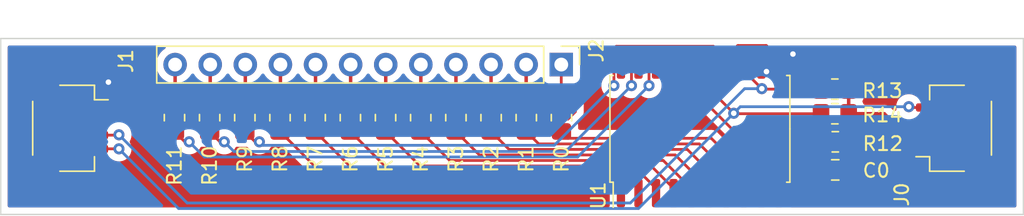
<source format=kicad_pcb>
(kicad_pcb (version 20211014) (generator pcbnew)
  (layers (0 "F.Cu" signal) (31 "B.Cu" signal) (34 "B.Paste" user) (35 "F.Paste" user) (36 "B.SilkS" user "B.Silkscreen") (37 "F.SilkS" user "F.Silkscreen") (38 "B.Mask" user) (39 "F.Mask" user) (44 "Edge.Cuts" user))
  (net 0 "")
  (net 1 "GND")
  (net 2 "+5V")
  (net 3 "Net-(J2-Pad1)")
  (net 4 "Net-(J2-Pad2)")
  (net 5 "Net-(J2-Pad3)")
  (net 6 "Net-(J2-Pad4)")
  (net 7 "Net-(J2-Pad5)")
  (net 8 "Net-(J2-Pad6)")
  (net 9 "Net-(J2-Pad7)")
  (net 10 "Net-(J2-Pad8)")
  (net 11 "Net-(J2-Pad9)")
  (net 12 "Net-(J2-Pad10)")
  (net 13 "Net-(J2-Pad11)")
  (net 14 "Net-(J2-Pad12)")
  (net 15 "Net-(R0-Pad2)")
  (net 16 "Net-(R1-Pad2)")
  (net 17 "Net-(R2-Pad2)")
  (net 18 "Net-(R3-Pad2)")
  (net 19 "Net-(R4-Pad2)")
  (net 20 "Net-(R5-Pad2)")
  (net 21 "Net-(R6-Pad2)")
  (net 22 "Net-(R7-Pad2)")
  (net 23 "Net-(R8-Pad2)")
  (net 24 "Net-(R9-Pad2)")
  (net 25 "Net-(R10-Pad2)")
  (net 26 "Net-(R11-Pad2)")
  (net 28 "Net-(J0-Pad4)")
  (net 29 "Net-(J0-Pad3)")
  (net 30 "Net-(R12-Pad1)")
  (footprint "Connector_PinHeader_2.54mm:PinHeader_1x12_P2.54mm_Vertical" (layer "F.Cu") (at 162.56 104.394 -90)
    (fp_text reference "J2" (at -1.016 -2.54 90) (layer "F.SilkS"))
    (fp_text value "Conn_01x12")
    (fp_line (start 1.33 1.27) (end 1.33 29.27) (layer "F.SilkS") (width 0.12))
    (fp_line (start -1.33 0) (end -1.33 -1.33) (layer "F.SilkS") (width 0.12))
    (fp_line (start -1.33 29.27) (end 1.33 29.27) (layer "F.SilkS") (width 0.12))
    (fp_line (start -1.33 1.27) (end -1.33 29.27) (layer "F.SilkS") (width 0.12))
    (fp_line (start -1.33 -1.33) (end 0 -1.33) (layer "F.SilkS") (width 0.12))
    (fp_line (start -1.33 1.27) (end 1.33 1.27) (layer "F.SilkS") (width 0.12))
    (pad "1" thru_hole rect (at 0 0 270) (size 1.7 1.7) (drill 1) (layers *.Cu *.Mask) (net 3 "Net-(J2-Pad1)"))
    (pad "2" thru_hole oval (at 0 2.54 270) (size 1.7 1.7) (drill 1) (layers *.Cu *.Mask) (net 4 "Net-(J2-Pad2)"))
    (pad "3" thru_hole oval (at 0 5.08 270) (size 1.7 1.7) (drill 1) (layers *.Cu *.Mask) (net 5 "Net-(J2-Pad3)"))
    (pad "4" thru_hole oval (at 0 7.62 270) (size 1.7 1.7) (drill 1) (layers *.Cu *.Mask) (net 6 "Net-(J2-Pad4)"))
    (pad "5" thru_hole oval (at 0 10.16 270) (size 1.7 1.7) (drill 1) (layers *.Cu *.Mask) (net 7 "Net-(J2-Pad5)"))
    (pad "6" thru_hole oval (at 0 12.7 270) (size 1.7 1.7) (drill 1) (layers *.Cu *.Mask) (net 8 "Net-(J2-Pad6)"))
    (pad "7" thru_hole oval (at 0 15.24 270) (size 1.7 1.7) (drill 1) (layers *.Cu *.Mask) (net 9 "Net-(J2-Pad7)"))
    (pad "8" thru_hole oval (at 0 17.78 270) (size 1.7 1.7) (drill 1) (layers *.Cu *.Mask) (net 10 "Net-(J2-Pad8)"))
    (pad "9" thru_hole oval (at 0 20.32 270) (size 1.7 1.7) (drill 1) (layers *.Cu *.Mask) (net 11 "Net-(J2-Pad9)"))
    (pad "10" thru_hole oval (at 0 22.86 270) (size 1.7 1.7) (drill 1) (layers *.Cu *.Mask) (net 12 "Net-(J2-Pad10)"))
    (pad "11" thru_hole oval (at 0 25.4 270) (size 1.7 1.7) (drill 1) (layers *.Cu *.Mask) (net 13 "Net-(J2-Pad11)"))
    (pad "12" thru_hole oval (at 0 27.94 270) (size 1.7 1.7) (drill 1) (layers *.Cu *.Mask) (net 14 "Net-(J2-Pad12)"))
  )
  (footprint "Package_SO:SOIC-20W_7.5x12.8mm_P1.27mm" (layer "F.Cu") (at 172.593 109.044 90)
    (fp_text reference "U1" (at -4.826 -7.35 90) (layer "F.SilkS"))
    (fp_text value "AT42QT2120-SU")
    (fp_line (start -3.86 -6.51) (end -3.86 -6.275) (layer "F.SilkS") (width 0.12))
    (fp_line (start -3.86 6.51) (end -3.86 6.275) (layer "F.SilkS") (width 0.12))
    (fp_line (start 3.86 6.51) (end 3.86 6.275) (layer "F.SilkS") (width 0.12))
    (fp_line (start 0 6.51) (end -3.86 6.51) (layer "F.SilkS") (width 0.12))
    (fp_line (start 0 -6.51) (end -3.86 -6.51) (layer "F.SilkS") (width 0.12))
    (fp_line (start 3.86 -6.51) (end 3.86 -6.275) (layer "F.SilkS") (width 0.12))
    (fp_line (start -3.86 -6.275) (end -5.675 -6.275) (layer "F.SilkS") (width 0.12))
    (fp_line (start 0 -6.51) (end 3.86 -6.51) (layer "F.SilkS") (width 0.12))
    (fp_line (start 0 6.51) (end 3.86 6.51) (layer "F.SilkS") (width 0.12))
    (pad "1" smd roundrect (at -4.65 -5.715 90) (size 2.05 0.6) (layers "F.Cu" "F.Paste" "F.Mask") (net 23 "Net-(R8-Pad2)"))
    (pad "2" smd roundrect (at -4.65 -4.445 90) (size 2.05 0.6) (layers "F.Cu" "F.Paste" "F.Mask") (net 22 "Net-(R7-Pad2)"))
    (pad "3" smd roundrect (at -4.65 -3.175 90) (size 2.05 0.6) (layers "F.Cu" "F.Paste" "F.Mask") (net 21 "Net-(R6-Pad2)"))
    (pad "4" smd roundrect (at -4.65 -1.905 90) (size 2.05 0.6) (layers "F.Cu" "F.Paste" "F.Mask") (net 20 "Net-(R5-Pad2)"))
    (pad "5" smd roundrect (at -4.65 -0.635 90) (size 2.05 0.6) (layers "F.Cu" "F.Paste" "F.Mask") (net 19 "Net-(R4-Pad2)"))
    (pad "6" smd roundrect (at -4.65 0.635 90) (size 2.05 0.6) (layers "F.Cu" "F.Paste" "F.Mask") (net 18 "Net-(R3-Pad2)"))
    (pad "7" smd roundrect (at -4.65 1.905 90) (size 2.05 0.6) (layers "F.Cu" "F.Paste" "F.Mask") (net 17 "Net-(R2-Pad2)"))
    (pad "8" smd roundrect (at -4.65 3.175 90) (size 2.05 0.6) (layers "F.Cu" "F.Paste" "F.Mask") (net 16 "Net-(R1-Pad2)"))
    (pad "9" smd roundrect (at -4.65 4.445 90) (size 2.05 0.6) (layers "F.Cu" "F.Paste" "F.Mask") (net 15 "Net-(R0-Pad2)"))
    (pad "10" smd roundrect (at -4.65 5.715 90) (size 2.05 0.6) (layers "F.Cu" "F.Paste" "F.Mask") (net 1 "GND"))
    (pad "11" smd roundrect (at 4.65 5.715 90) (size 2.05 0.6) (layers "F.Cu" "F.Paste" "F.Mask") (net 2 "+5V"))
    (pad "12" smd roundrect (at 4.65 4.445 90) (size 2.05 0.6) (layers "F.Cu" "F.Paste" "F.Mask") (net 1 "GND"))
    (pad "13" smd roundrect (at 4.65 3.175 90) (size 2.05 0.6) (layers "F.Cu" "F.Paste" "F.Mask") (net 29 "Net-(J0-Pad3)"))
    (pad "14" smd roundrect (at 4.65 1.905 90) (size 2.05 0.6) (layers "F.Cu" "F.Paste" "F.Mask") (net 2 "+5V"))
    (pad "15" smd roundrect (at 4.65 0.635 90) (size 2.05 0.6) (layers "F.Cu" "F.Paste" "F.Mask"))
    (pad "16" smd roundrect (at 4.65 -0.635 90) (size 2.05 0.6) (layers "F.Cu" "F.Paste" "F.Mask") (net 28 "Net-(J0-Pad4)"))
    (pad "17" smd roundrect (at 4.65 -1.905 90) (size 2.05 0.6) (layers "F.Cu" "F.Paste" "F.Mask") (net 30 "Net-(R12-Pad1)"))
    (pad "18" smd roundrect (at 4.65 -3.175 90) (size 2.05 0.6) (layers "F.Cu" "F.Paste" "F.Mask") (net 26 "Net-(R11-Pad2)"))
    (pad "19" smd roundrect (at 4.65 -4.445 90) (size 2.05 0.6) (layers "F.Cu" "F.Paste" "F.Mask") (net 25 "Net-(R10-Pad2)"))
    (pad "20" smd roundrect (at 4.65 -5.715 90) (size 2.05 0.6) (layers "F.Cu" "F.Paste" "F.Mask") (net 24 "Net-(R9-Pad2)"))
  )
  (footprint "Resistor_SMD:R_0805_2012Metric_Pad1.20x1.40mm_HandSolder" (layer "F.Cu") (at 182.356 107.95)
    (fp_text reference "R14" (at 3.436 0.097334) (layer "F.SilkS"))
    (fp_text value "1k")
    (fp_line (start -0.227064 0.735) (end 0.227064 0.735) (layer "F.SilkS") (width 0.12))
    (fp_line (start -0.227064 -0.735) (end 0.227064 -0.735) (layer "F.SilkS") (width 0.12))
    (pad "1" smd roundrect (at -1 0) (size 1.2 1.4) (layers "F.Cu" "F.Paste" "F.Mask") (roundrect_rratio 0.208333) (net 28 "Net-(J0-Pad4)"))
    (pad "2" smd roundrect (at 1 0) (size 1.2 1.4) (layers "F.Cu" "F.Paste" "F.Mask") (roundrect_rratio 0.208333) (net 2 "+5V"))
  )
  (footprint "Resistor_SMD:R_0805_2012Metric_Pad1.20x1.40mm_HandSolder" (layer "F.Cu") (at 152.392083 108.234095 -90)
    (fp_text reference "R4" (at 3 0 90) (layer "F.SilkS"))
    (fp_text value "4.7k")
    (fp_line (start -0.227064 -0.735) (end 0.227064 -0.735) (layer "F.SilkS") (width 0.12))
    (fp_line (start -0.227064 0.735) (end 0.227064 0.735) (layer "F.SilkS") (width 0.12))
    (pad "1" smd roundrect (at -1 0 270) (size 1.2 1.4) (layers "F.Cu" "F.Paste" "F.Mask") (roundrect_rratio 0.208333) (net 7 "Net-(J2-Pad5)"))
    (pad "2" smd roundrect (at 1 0 270) (size 1.2 1.4) (layers "F.Cu" "F.Paste" "F.Mask") (roundrect_rratio 0.208333) (net 19 "Net-(R4-Pad2)"))
  )
  (footprint "Connector_JST:JST_SH_SM04B-SRSS-TB_1x04-1MP_P1.00mm_Horizontal" (layer "F.Cu") (at 127 109 -90)
    (fp_text reference "J1" (at -4.86 -4.064 90) (layer "F.SilkS"))
    (fp_text value "Qwiic")
    (fp_line (start -3.11 0.715) (end -3.11 -1.785) (layer "F.SilkS") (width 0.12))
    (fp_line (start -2.06 -1.785) (end -2.06 -2.775) (layer "F.SilkS") (width 0.12))
    (fp_line (start -3.11 -1.785) (end -2.06 -1.785) (layer "F.SilkS") (width 0.12))
    (fp_line (start -1.94 2.685) (end 1.94 2.685) (layer "F.SilkS") (width 0.12))
    (fp_line (start 3.11 0.715) (end 3.11 -1.785) (layer "F.SilkS") (width 0.12))
    (fp_line (start 3.11 -1.785) (end 2.06 -1.785) (layer "F.SilkS") (width 0.12))
    (pad "1" smd roundrect (at -1.5 -2 270) (size 0.6 1.55) (layers "F.Cu" "F.Paste" "F.Mask") (net 1 "GND"))
    (pad "2" smd roundrect (at -0.5 -2 270) (size 0.6 1.55) (layers "F.Cu" "F.Paste" "F.Mask") (net 2 "+5V"))
    (pad "3" smd roundrect (at 0.5 -2 270) (size 0.6 1.55) (layers "F.Cu" "F.Paste" "F.Mask") (net 29 "Net-(J0-Pad3)"))
    (pad "4" smd roundrect (at 1.5 -2 270) (size 0.6 1.55) (layers "F.Cu" "F.Paste" "F.Mask") (net 28 "Net-(J0-Pad4)"))
    (pad "MP" smd roundrect (at 2.8 1.875 270) (size 1.2 1.8) (layers "F.Cu" "F.Paste" "F.Mask") (roundrect_rratio 0.208333))
    (pad "MP" smd roundrect (at -2.8 1.875 270) (size 1.2 1.8) (layers "F.Cu" "F.Paste" "F.Mask") (roundrect_rratio 0.208333))
  )
  (footprint "Capacitor_SMD:C_0805_2012Metric_Pad1.18x1.45mm_HandSolder" (layer "F.Cu") (at 182.386 112.014 180)
    (fp_text reference "C0" (at -2.9655 -0.046) (layer "F.SilkS"))
    (fp_text value "0.1uF")
    (fp_line (start -0.261252 0.735) (end 0.261252 0.735) (layer "F.SilkS") (width 0.12))
    (fp_line (start -0.261252 -0.735) (end 0.261252 -0.735) (layer "F.SilkS") (width 0.12))
    (pad "1" smd roundrect (at -1.0375 0 180) (size 1.175 1.45) (layers "F.Cu" "F.Paste" "F.Mask") (roundrect_rratio 0.212766) (net 2 "+5V"))
    (pad "2" smd roundrect (at 1.0375 0 180) (size 1.175 1.45) (layers "F.Cu" "F.Paste" "F.Mask") (roundrect_rratio 0.212766) (net 1 "GND"))
  )
  (footprint "Resistor_SMD:R_0805_2012Metric_Pad1.20x1.40mm_HandSolder" (layer "F.Cu") (at 160.028445 108.234095 -90)
    (fp_text reference "R1" (at 3 0 90) (layer "F.SilkS"))
    (fp_text value "4.7k")
    (fp_line (start -0.227064 -0.735) (end 0.227064 -0.735) (layer "F.SilkS") (width 0.12))
    (fp_line (start -0.227064 0.735) (end 0.227064 0.735) (layer "F.SilkS") (width 0.12))
    (pad "1" smd roundrect (at -1 0 270) (size 1.2 1.4) (layers "F.Cu" "F.Paste" "F.Mask") (roundrect_rratio 0.208333) (net 4 "Net-(J2-Pad2)"))
    (pad "2" smd roundrect (at 1 0 270) (size 1.2 1.4) (layers "F.Cu" "F.Paste" "F.Mask") (roundrect_rratio 0.208333) (net 16 "Net-(R1-Pad2)"))
  )
  (footprint "Resistor_SMD:R_0805_2012Metric_Pad1.20x1.40mm_HandSolder" (layer "F.Cu") (at 142.210267 108.234095 -90)
    (fp_text reference "R8" (at 3 0 90) (layer "F.SilkS"))
    (fp_text value "4.7k")
    (fp_line (start -0.227064 0.735) (end 0.227064 0.735) (layer "F.SilkS") (width 0.12))
    (fp_line (start -0.227064 -0.735) (end 0.227064 -0.735) (layer "F.SilkS") (width 0.12))
    (pad "1" smd roundrect (at -1 0 270) (size 1.2 1.4) (layers "F.Cu" "F.Paste" "F.Mask") (roundrect_rratio 0.208333) (net 11 "Net-(J2-Pad9)"))
    (pad "2" smd roundrect (at 1 0 270) (size 1.2 1.4) (layers "F.Cu" "F.Paste" "F.Mask") (roundrect_rratio 0.208333) (net 23 "Net-(R8-Pad2)"))
  )
  (footprint "Connector_JST:JST_SH_SM04B-SRSS-TB_1x04-1MP_P1.00mm_Horizontal" (layer "F.Cu") (at 191 109 90)
    (fp_text reference "J0" (at -4.792 -3.802 90) (layer "F.SilkS"))
    (fp_text value "Qwiic")
    (fp_line (start -1.94 2.685) (end 1.94 2.685) (layer "F.SilkS") (width 0.12))
    (fp_line (start -3.11 0.715) (end -3.11 -1.785) (layer "F.SilkS") (width 0.12))
    (fp_line (start 3.11 0.715) (end 3.11 -1.785) (layer "F.SilkS") (width 0.12))
    (fp_line (start -2.06 -1.785) (end -2.06 -2.775) (layer "F.SilkS") (width 0.12))
    (fp_line (start -3.11 -1.785) (end -2.06 -1.785) (layer "F.SilkS") (width 0.12))
    (fp_line (start 3.11 -1.785) (end 2.06 -1.785) (layer "F.SilkS") (width 0.12))
    (pad "1" smd roundrect (at -1.5 -2 90) (size 0.6 1.55) (layers "F.Cu" "F.Paste" "F.Mask") (net 1 "GND"))
    (pad "2" smd roundrect (at -0.5 -2 90) (size 0.6 1.55) (layers "F.Cu" "F.Paste" "F.Mask") (net 2 "+5V"))
    (pad "3" smd roundrect (at 0.5 -2 90) (size 0.6 1.55) (layers "F.Cu" "F.Paste" "F.Mask") (net 29 "Net-(J0-Pad3)"))
    (pad "4" smd roundrect (at 1.5 -2 90) (size 0.6 1.55) (layers "F.Cu" "F.Paste" "F.Mask") (net 28 "Net-(J0-Pad4)"))
    (pad "MP" smd roundrect (at 2.8 1.875 90) (size 1.2 1.8) (layers "F.Cu" "F.Paste" "F.Mask") (roundrect_rratio 0.208333))
    (pad "MP" smd roundrect (at -2.8 1.875 90) (size 1.2 1.8) (layers "F.Cu" "F.Paste" "F.Mask") (roundrect_rratio 0.208333))
  )
  (footprint "Resistor_SMD:R_0805_2012Metric_Pad1.20x1.40mm_HandSolder" (layer "F.Cu") (at 139.664813 108.234095 -90)
    (fp_text reference "R9" (at 3 0 90) (layer "F.SilkS"))
    (fp_text value "4.7k")
    (fp_line (start -0.227064 -0.735) (end 0.227064 -0.735) (layer "F.SilkS") (width 0.12))
    (fp_line (start -0.227064 0.735) (end 0.227064 0.735) (layer "F.SilkS") (width 0.12))
    (pad "1" smd roundrect (at -1 0 270) (size 1.2 1.4) (layers "F.Cu" "F.Paste" "F.Mask") (roundrect_rratio 0.208333) (net 12 "Net-(J2-Pad10)"))
    (pad "2" smd roundrect (at 1 0 270) (size 1.2 1.4) (layers "F.Cu" "F.Paste" "F.Mask") (roundrect_rratio 0.208333) (net 24 "Net-(R9-Pad2)"))
  )
  (footprint "Resistor_SMD:R_0805_2012Metric_Pad1.20x1.40mm_HandSolder" (layer "F.Cu") (at 182.356 106.172)
    (fp_text reference "R13" (at 3.436 0.118667) (layer "F.SilkS"))
    (fp_text value "1k")
    (fp_line (start -0.227064 -0.735) (end 0.227064 -0.735) (layer "F.SilkS") (width 0.12))
    (fp_line (start -0.227064 0.735) (end 0.227064 0.735) (layer "F.SilkS") (width 0.12))
    (pad "1" smd roundrect (at -1 0) (size 1.2 1.4) (layers "F.Cu" "F.Paste" "F.Mask") (roundrect_rratio 0.208333) (net 29 "Net-(J0-Pad3)"))
    (pad "2" smd roundrect (at 1 0) (size 1.2 1.4) (layers "F.Cu" "F.Paste" "F.Mask") (roundrect_rratio 0.208333) (net 2 "+5V"))
  )
  (footprint "Resistor_SMD:R_0805_2012Metric_Pad1.20x1.40mm_HandSolder" (layer "F.Cu") (at 182.388 109.982)
    (fp_text reference "R12" (at 3.436 0.14) (layer "F.SilkS"))
    (fp_text value "47k")
    (fp_line (start -0.227064 0.735) (end 0.227064 0.735) (layer "F.SilkS") (width 0.12))
    (fp_line (start -0.227064 -0.735) (end 0.227064 -0.735) (layer "F.SilkS") (width 0.12))
    (pad "1" smd roundrect (at -1 0) (size 1.2 1.4) (layers "F.Cu" "F.Paste" "F.Mask") (roundrect_rratio 0.208333) (net 30 "Net-(R12-Pad1)"))
    (pad "2" smd roundrect (at 1 0) (size 1.2 1.4) (layers "F.Cu" "F.Paste" "F.Mask") (roundrect_rratio 0.208333) (net 2 "+5V"))
  )
  (footprint "Resistor_SMD:R_0805_2012Metric_Pad1.20x1.40mm_HandSolder" (layer "F.Cu") (at 147.301175 108.234095 -90)
    (fp_text reference "R6" (at 3 0 90) (layer "F.SilkS"))
    (fp_text value "4.7k")
    (fp_line (start -0.227064 -0.735) (end 0.227064 -0.735) (layer "F.SilkS") (width 0.12))
    (fp_line (start -0.227064 0.735) (end 0.227064 0.735) (layer "F.SilkS") (width 0.12))
    (pad "1" smd roundrect (at -1 0 270) (size 1.2 1.4) (layers "F.Cu" "F.Paste" "F.Mask") (roundrect_rratio 0.208333) (net 9 "Net-(J2-Pad7)"))
    (pad "2" smd roundrect (at 1 0 270) (size 1.2 1.4) (layers "F.Cu" "F.Paste" "F.Mask") (roundrect_rratio 0.208333) (net 21 "Net-(R6-Pad2)"))
  )
  (footprint "Resistor_SMD:R_0805_2012Metric_Pad1.20x1.40mm_HandSolder" (layer "F.Cu") (at 149.846629 108.234095 -90)
    (fp_text reference "R5" (at 3 0 90) (layer "F.SilkS"))
    (fp_text value "4.7k")
    (fp_line (start -0.227064 0.735) (end 0.227064 0.735) (layer "F.SilkS") (width 0.12))
    (fp_line (start -0.227064 -0.735) (end 0.227064 -0.735) (layer "F.SilkS") (width 0.12))
    (pad "1" smd roundrect (at -1 0 270) (size 1.2 1.4) (layers "F.Cu" "F.Paste" "F.Mask") (roundrect_rratio 0.208333) (net 8 "Net-(J2-Pad6)"))
    (pad "2" smd roundrect (at 1 0 270) (size 1.2 1.4) (layers "F.Cu" "F.Paste" "F.Mask") (roundrect_rratio 0.208333) (net 20 "Net-(R5-Pad2)"))
  )
  (footprint "Resistor_SMD:R_0805_2012Metric_Pad1.20x1.40mm_HandSolder" (layer "F.Cu") (at 144.755721 108.234095 -90)
    (fp_text reference "R7" (at 3 0 90) (layer "F.SilkS"))
    (fp_text value "4.7k")
    (fp_line (start -0.227064 -0.735) (end 0.227064 -0.735) (layer "F.SilkS") (width 0.12))
    (fp_line (start -0.227064 0.735) (end 0.227064 0.735) (layer "F.SilkS") (width 0.12))
    (pad "1" smd roundrect (at -1 0 270) (size 1.2 1.4) (layers "F.Cu" "F.Paste" "F.Mask") (roundrect_rratio 0.208333) (net 10 "Net-(J2-Pad8)"))
    (pad "2" smd roundrect (at 1 0 270) (size 1.2 1.4) (layers "F.Cu" "F.Paste" "F.Mask") (roundrect_rratio 0.208333) (net 22 "Net-(R7-Pad2)"))
  )
  (footprint "Resistor_SMD:R_0805_2012Metric_Pad1.20x1.40mm_HandSolder" (layer "F.Cu") (at 137.119359 108.234095 -90)
    (fp_text reference "R10" (at 3.476191 0 90) (layer "F.SilkS"))
    (fp_text value "4.7k")
    (fp_line (start -0.227064 0.735) (end 0.227064 0.735) (layer "F.SilkS") (width 0.12))
    (fp_line (start -0.227064 -0.735) (end 0.227064 -0.735) (layer "F.SilkS") (width 0.12))
    (pad "1" smd roundrect (at -1 0 270) (size 1.2 1.4) (layers "F.Cu" "F.Paste" "F.Mask") (roundrect_rratio 0.208333) (net 13 "Net-(J2-Pad11)"))
    (pad "2" smd roundrect (at 1 0 270) (size 1.2 1.4) (layers "F.Cu" "F.Paste" "F.Mask") (roundrect_rratio 0.208333) (net 25 "Net-(R10-Pad2)"))
  )
  (footprint "Resistor_SMD:R_0805_2012Metric_Pad1.20x1.40mm_HandSolder" (layer "F.Cu") (at 157.482991 108.234095 -90)
    (fp_text reference "R2" (at 3 0 90) (layer "F.SilkS"))
    (fp_text value "4.7k")
    (fp_line (start -0.227064 0.735) (end 0.227064 0.735) (layer "F.SilkS") (width 0.12))
    (fp_line (start -0.227064 -0.735) (end 0.227064 -0.735) (layer "F.SilkS") (width 0.12))
    (pad "1" smd roundrect (at -1 0 270) (size 1.2 1.4) (layers "F.Cu" "F.Paste" "F.Mask") (roundrect_rratio 0.208333) (net 5 "Net-(J2-Pad3)"))
    (pad "2" smd roundrect (at 1 0 270) (size 1.2 1.4) (layers "F.Cu" "F.Paste" "F.Mask") (roundrect_rratio 0.208333) (net 17 "Net-(R2-Pad2)"))
  )
  (footprint "Resistor_SMD:R_0805_2012Metric_Pad1.20x1.40mm_HandSolder" (layer "F.Cu") (at 154.937537 108.234095 -90)
    (fp_text reference "R3" (at 3 0 90) (layer "F.SilkS"))
    (fp_text value "4.7k")
    (fp_line (start -0.227064 0.735) (end 0.227064 0.735) (layer "F.SilkS") (width 0.12))
    (fp_line (start -0.227064 -0.735) (end 0.227064 -0.735) (layer "F.SilkS") (width 0.12))
    (pad "1" smd roundrect (at -1 0 270) (size 1.2 1.4) (layers "F.Cu" "F.Paste" "F.Mask") (roundrect_rratio 0.208333) (net 6 "Net-(J2-Pad4)"))
    (pad "2" smd roundrect (at 1 0 270) (size 1.2 1.4) (layers "F.Cu" "F.Paste" "F.Mask") (roundrect_rratio 0.208333) (net 18 "Net-(R3-Pad2)"))
  )
  (footprint "Resistor_SMD:R_0805_2012Metric_Pad1.20x1.40mm_HandSolder" (layer "F.Cu") (at 134.573905 108.234095 -90)
    (fp_text reference "R11" (at 3.476191 0 90) (layer "F.SilkS"))
    (fp_text value "4.7k")
    (fp_line (start -0.227064 -0.735) (end 0.227064 -0.735) (layer "F.SilkS") (width 0.12))
    (fp_line (start -0.227064 0.735) (end 0.227064 0.735) (layer "F.SilkS") (width 0.12))
    (pad "1" smd roundrect (at -1 0 270) (size 1.2 1.4) (layers "F.Cu" "F.Paste" "F.Mask") (roundrect_rratio 0.208333) (net 14 "Net-(J2-Pad12)"))
    (pad "2" smd roundrect (at 1 0 270) (size 1.2 1.4) (layers "F.Cu" "F.Paste" "F.Mask") (roundrect_rratio 0.208333) (net 26 "Net-(R11-Pad2)"))
  )
  (footprint "Resistor_SMD:R_0805_2012Metric_Pad1.20x1.40mm_HandSolder" (layer "F.Cu") (at 162.573905 108.234095 -90)
    (fp_text reference "R0" (at 3 0 90) (layer "F.SilkS"))
    (fp_text value "4.7k")
    (fp_line (start -0.227064 0.735) (end 0.227064 0.735) (layer "F.SilkS") (width 0.12))
    (fp_line (start -0.227064 -0.735) (end 0.227064 -0.735) (layer "F.SilkS") (width 0.12))
    (pad "1" smd roundrect (at -1 0 270) (size 1.2 1.4) (layers "F.Cu" "F.Paste" "F.Mask") (roundrect_rratio 0.208333) (net 3 "Net-(J2-Pad1)"))
    (pad "2" smd roundrect (at 1 0 270) (size 1.2 1.4) (layers "F.Cu" "F.Paste" "F.Mask") (roundrect_rratio 0.208333) (net 15 "Net-(R0-Pad2)"))
  )
  (gr_rect (start 122 115.238) (end 196 102.508) (layer "Edge.Cuts") (width 0.1) (fill none))
  (segment (start 177.4085 104.902) (end 177.038 104.5315) (width 0.254) (layer "F.Cu") (net 1))
  (segment (start 189 110.624993) (end 189 110.5) (width 0.25) (layer "F.Cu") (net 1))
  (segment (start 177.038 104.5315) (end 177.038 104.394) (width 0.254) (layer "F.Cu") (net 1))
  (via (at 129.794 105.664) (size 0.8) (drill 0.4) (layers "F.Cu" "B.Cu") (net 1))
  (via (at 177.4085 104.902) (size 0.8) (drill 0.4) (layers "F.Cu" "B.Cu") (net 1))
  (via (at 179.324 103.632) (size 0.8) (drill 0.4) (layers "F.Cu" "B.Cu") (net 1))
  (segment (start 179.277155 103.632) (end 179.324 103.632) (width 0.254) (layer "B.Cu") (net 1))
  (segment (start 183.356 106.172) (end 181.754 104.57) (width 0.254) (layer "F.Cu") (net 2))
  (segment (start 174.498 104.003283) (end 174.498 104.394) (width 0.2) (layer "F.Cu") (net 2))
  (segment (start 187.478 109.5) (end 185.928 107.95) (width 0.254) (layer "F.Cu") (net 2))
  (segment (start 163.050563 108.334575) (end 129.165425 108.334575) (width 0.2) (layer "F.Cu") (net 2))
  (segment (start 163.576 106.035283) (end 163.576 107.809138) (width 0.2) (layer "F.Cu") (net 2))
  (segment (start 174.498 103.886) (end 174.498 104.394) (width 0.254) (layer "F.Cu") (net 2))
  (segment (start 163.576 107.809138) (end 163.050563 108.334575) (width 0.2) (layer "F.Cu") (net 2))
  (segment (start 173.564197 103.06948) (end 166.541803 103.06948) (width 0.2) (layer "F.Cu") (net 2))
  (segment (start 183.356 111.9465) (end 183.4235 112.014) (width 0.5) (layer "F.Cu") (net 2))
  (segment (start 177.385381 103.04248) (end 175.34152 103.04248) (width 0.254) (layer "F.Cu") (net 2))
  (segment (start 185.928 107.95) (end 183.356 107.95) (width 0.254) (layer "F.Cu") (net 2))
  (segment (start 166.541803 103.06948) (end 163.576 106.035283) (width 0.2) (layer "F.Cu") (net 2))
  (segment (start 183.356 106.172) (end 183.356 111.9465) (width 0.254) (layer "F.Cu") (net 2))
  (segment (start 181.754 104.57) (end 178.435 104.57) (width 0.254) (layer "F.Cu") (net 2))
  (segment (start 174.498 104.003283) (end 173.564197 103.06948) (width 0.2) (layer "F.Cu") (net 2))
  (segment (start 175.34152 103.04248) (end 174.498 103.886) (width 0.254) (layer "F.Cu") (net 2))
  (segment (start 189 109.5) (end 187.478 109.5) (width 0.254) (layer "F.Cu") (net 2))
  (segment (start 129.165425 108.334575) (end 129 108.5) (width 0.2) (layer "F.Cu") (net 2))
  (segment (start 174.498 103.632) (end 174.498 104.394) (width 0.5) (layer "F.Cu") (net 2))
  (segment (start 174.498 104.394) (end 174.498 103.791151) (width 0.5) (layer "F.Cu") (net 2))
  (segment (start 178.308 103.965099) (end 177.385381 103.04248) (width 0.254) (layer "F.Cu") (net 2))
  (segment (start 178.308 104.394) (end 178.308 103.965099) (width 0.254) (layer "F.Cu") (net 2))
  (segment (start 162.56 107.22019) (end 162.573905 107.234095) (width 0.2) (layer "F.Cu") (net 3))
  (segment (start 162.56 104.394) (end 162.56 107.22019) (width 0.2) (layer "F.Cu") (net 3))
  (segment (start 160.028445 107.234095) (end 160.02 107.22565) (width 0.25) (layer "F.Cu") (net 4))
  (segment (start 160.02 107.22565) (end 160.02 104.394) (width 0.25) (layer "F.Cu") (net 4))
  (segment (start 157.48 107.231104) (end 157.48 104.394) (width 0.25) (layer "F.Cu") (net 5))
  (segment (start 157.482991 107.234095) (end 157.48 107.231104) (width 0.25) (layer "F.Cu") (net 5))
  (segment (start 154.94 107.231632) (end 154.94 104.394) (width 0.25) (layer "F.Cu") (net 6))
  (segment (start 154.937537 107.234095) (end 154.94 107.231632) (width 0.25) (layer "F.Cu") (net 6))
  (segment (start 152.4 107.226178) (end 152.4 104.394) (width 0.25) (layer "F.Cu") (net 7))
  (segment (start 152.392083 107.234095) (end 152.4 107.226178) (width 0.25) (layer "F.Cu") (net 7))
  (segment (start 149.846629 107.234095) (end 149.86 107.220724) (width 0.25) (layer "F.Cu") (net 8))
  (segment (start 149.86 107.220724) (end 149.86 104.394) (width 0.25) (layer "F.Cu") (net 8))
  (segment (start 147.301175 107.234095) (end 147.32 107.21527) (width 0.25) (layer "F.Cu") (net 9))
  (segment (start 147.32 107.21527) (end 147.32 104.394) (width 0.25) (layer "F.Cu") (net 9))
  (segment (start 144.78 107.209816) (end 144.78 104.394) (width 0.25) (layer "F.Cu") (net 10))
  (segment (start 144.755721 107.234095) (end 144.78 107.209816) (width 0.25) (layer "F.Cu") (net 10))
  (segment (start 142.24 107.204362) (end 142.24 104.394) (width 0.25) (layer "F.Cu") (net 11))
  (segment (start 142.210267 107.234095) (end 142.24 107.204362) (width 0.25) (layer "F.Cu") (net 11))
  (segment (start 139.7 107.198908) (end 139.7 104.394) (width 0.25) (layer "F.Cu") (net 12))
  (segment (start 139.664813 107.178187) (end 139.688905 107.154095) (width 0.25) (layer "F.Cu") (net 12))
  (segment (start 139.664813 107.234095) (end 139.7 107.198908) (width 0.25) (layer "F.Cu") (net 12))
  (segment (start 137.16 107.193454) (end 137.16 104.394) (width 0.25) (layer "F.Cu") (net 13))
  (segment (start 137.119359 107.234095) (end 137.16 107.193454) (width 0.25) (layer "F.Cu") (net 13))
  (segment (start 134.573905 107.234095) (end 134.573905 107.189095) (width 0.25) (layer "F.Cu") (net 14))
  (segment (start 134.573905 107.234095) (end 134.62 107.188) (width 0.25) (layer "F.Cu") (net 14))
  (segment (start 134.62 107.188) (end 134.62 104.394) (width 0.25) (layer "F.Cu") (net 14))
  (segment (start 134.573905 107.189095) (end 134.608905 107.154095) (width 0.25) (layer "F.Cu") (net 14))
  (segment (start 177.165 113.87) (end 177.165 113.479283) (width 0.2) (layer "F.Cu") (net 15))
  (segment (start 177.165 113.479283) (end 173.413717 109.728) (width 0.2) (layer "F.Cu") (net 15))
  (segment (start 173.413717 109.728) (end 163.06781 109.728) (width 0.2) (layer "F.Cu") (net 15))
  (segment (start 163.06781 109.728) (end 162.573905 109.234095) (width 0.2) (layer "F.Cu") (net 15))
  (segment (start 172.549332 110.133615) (end 175.895 113.479283) (width 0.2) (layer "F.Cu") (net 16))
  (segment (start 160.927965 110.133615) (end 172.549332 110.133615) (width 0.2) (layer "F.Cu") (net 16))
  (segment (start 160.028445 109.234095) (end 160.927965 110.133615) (width 0.2) (layer "F.Cu") (net 16))
  (segment (start 175.895 113.479283) (end 175.895 113.87) (width 0.2) (layer "F.Cu") (net 16))
  (segment (start 158.78203 110.533134) (end 171.678852 110.533135) (width 0.2) (layer "F.Cu") (net 17))
  (segment (start 174.625 113.479283) (end 174.625 113.87) (width 0.2) (layer "F.Cu") (net 17))
  (segment (start 171.678852 110.533135) (end 174.625 113.479283) (width 0.2) (layer "F.Cu") (net 17))
  (segment (start 157.482991 109.234095) (end 158.78203 110.533134) (width 0.2) (layer "F.Cu") (net 17))
  (segment (start 173.355 113.87) (end 173.355 113.479283) (width 0.2) (layer "F.Cu") (net 18))
  (segment (start 156.636097 110.932655) (end 154.937537 109.234095) (width 0.2) (layer "F.Cu") (net 18))
  (segment (start 173.355 113.479283) (end 170.808372 110.932655) (width 0.2) (layer "F.Cu") (net 18))
  (segment (start 170.808372 110.932655) (end 156.636097 110.932655) (width 0.2) (layer "F.Cu") (net 18))
  (segment (start 172.085 113.479283) (end 169.937892 111.332175) (width 0.2) (layer "F.Cu") (net 19))
  (segment (start 154.490163 111.332175) (end 152.392083 109.234095) (width 0.2) (layer "F.Cu") (net 19))
  (segment (start 172.085 113.87) (end 172.085 113.479283) (width 0.2) (layer "F.Cu") (net 19))
  (segment (start 169.937892 111.332175) (end 154.490163 111.332175) (width 0.2) (layer "F.Cu") (net 19))
  (segment (start 169.067412 111.731695) (end 152.344229 111.731695) (width 0.2) (layer "F.Cu") (net 20))
  (segment (start 152.344229 111.731695) (end 149.846629 109.234095) (width 0.2) (layer "F.Cu") (net 20))
  (segment (start 170.815 113.87) (end 170.815 113.479283) (width 0.2) (layer "F.Cu") (net 20))
  (segment (start 170.815 113.479283) (end 169.067412 111.731695) (width 0.2) (layer "F.Cu") (net 20))
  (segment (start 150.198295 112.131215) (end 147.301175 109.234095) (width 0.2) (layer "F.Cu") (net 21))
  (segment (start 168.196932 112.131215) (end 150.198295 112.131215) (width 0.2) (layer "F.Cu") (net 21))
  (segment (start 169.545 113.479283) (end 168.196932 112.131215) (width 0.2) (layer "F.Cu") (net 21))
  (segment (start 169.545 113.87) (end 169.545 113.479283) (width 0.2) (layer "F.Cu") (net 21))
  (segment (start 167.326452 112.530735) (end 148.052361 112.530735) (width 0.2) (layer "F.Cu") (net 22))
  (segment (start 168.275 113.87) (end 168.275 113.479283) (width 0.2) (layer "F.Cu") (net 22))
  (segment (start 168.275 113.479283) (end 167.326452 112.530735) (width 0.2) (layer "F.Cu") (net 22))
  (segment (start 148.052361 112.530735) (end 144.755721 109.234095) (width 0.2) (layer "F.Cu") (net 22))
  (segment (start 166.270255 112.930255) (end 145.906427 112.930255) (width 0.2) (layer "F.Cu") (net 23))
  (segment (start 167.005 113.87) (end 167.005 113.665) (width 0.2) (layer "F.Cu") (net 23))
  (segment (start 145.906427 112.930255) (end 142.210267 109.234095) (width 0.2) (layer "F.Cu") (net 23))
  (segment (start 167.005 113.665) (end 166.270255 112.930255) (width 0.2) (layer "F.Cu") (net 23))
  (segment (start 140.412718 109.982) (end 139.664813 109.234095) (width 0.2) (layer "F.Cu") (net 24))
  (segment (start 166.37 104.902) (end 166.878 104.394) (width 0.2) (layer "F.Cu") (net 24))
  (segment (start 166.37 105.918) (end 166.37 104.902) (width 0.2) (layer "F.Cu") (net 24))
  (segment (start 140.716 109.982) (end 140.412718 109.982) (width 0.2) (layer "F.Cu") (net 24))
  (via (at 140.716 109.982) (size 0.8) (drill 0.4) (layers "F.Cu" "B.Cu") (net 24))
  (via (at 166.37 105.918) (size 0.8) (drill 0.4) (layers "F.Cu" "B.Cu") (net 24))
  (segment (start 166.37 105.918) (end 162.052 110.236) (width 0.2) (layer "B.Cu") (net 24))
  (segment (start 140.97 110.236) (end 140.716 109.982) (width 0.2) (layer "B.Cu") (net 24))
  (segment (start 162.052 110.236) (end 140.97 110.236) (width 0.2) (layer "B.Cu") (net 24))
  (segment (start 137.867264 109.982) (end 137.119359 109.234095) (width 0.2) (layer "F.Cu") (net 25))
  (segment (start 138.176 109.982) (end 137.867264 109.982) (width 0.2) (layer "F.Cu") (net 25))
  (segment (start 167.64 105.918) (end 167.64 104.902) (width 0.2) (layer "F.Cu") (net 25))
  (segment (start 167.64 104.902) (end 168.148 104.394) (width 0.2) (layer "F.Cu") (net 25))
  (segment (start 137.119359 109.234095) (end 137.174095 109.234095) (width 0.2) (layer "F.Cu") (net 25))
  (via (at 138.176 109.982) (size 0.8) (drill 0.4) (layers "F.Cu" "B.Cu") (net 25))
  (via (at 167.64 105.918) (size 0.8) (drill 0.4) (layers "F.Cu" "B.Cu") (net 25))
  (segment (start 162.876489 110.681511) (end 138.875511 110.681511) (width 0.2) (layer "B.Cu") (net 25))
  (segment (start 167.64 105.918) (end 162.876489 110.681511) (width 0.2) (layer "B.Cu") (net 25))
  (segment (start 138.875511 110.681511) (end 138.176 109.982) (width 0.2) (layer "B.Cu") (net 25))
  (segment (start 134.573905 109.234095) (end 134.634095 109.234095) (width 0.2) (layer "F.Cu") (net 26))
  (segment (start 168.91 105.918) (end 168.91 104.902) (width 0.2) (layer "F.Cu") (net 26))
  (segment (start 135.636 109.982) (end 135.32181 109.982) (width 0.2) (layer "F.Cu") (net 26))
  (segment (start 168.91 104.902) (end 169.418 104.394) (width 0.2) (layer "F.Cu") (net 26))
  (segment (start 135.32181 109.982) (end 134.573905 109.234095) (width 0.2) (layer "F.Cu") (net 26))
  (via (at 135.636 109.982) (size 0.8) (drill 0.4) (layers "F.Cu" "B.Cu") (net 26))
  (via (at 168.91 105.918) (size 0.8) (drill 0.4) (layers "F.Cu" "B.Cu") (net 26))
  (segment (start 157.988 111.081031) (end 136.735031 111.081031) (width 0.2) (layer "B.Cu") (net 26))
  (segment (start 168.91 105.918) (end 163.746969 111.081031) (width 0.2) (layer "B.Cu") (net 26))
  (segment (start 136.735031 111.081031) (end 135.636 109.982) (width 0.2) (layer "B.Cu") (net 26))
  (segment (start 163.746969 111.081031) (end 157.988 111.081031) (width 0.2) (layer "B.Cu") (net 26))
  (segment (start 172.085 104.960717) (end 172.085 104.57) (width 0.2) (layer "F.Cu") (net 28))
  (segment (start 130.556 110.49) (end 129.01 110.49) (width 0.2) (layer "F.Cu") (net 28))
  (segment (start 187.764 107.5) (end 187.706 107.442) (width 0.2) (layer "F.Cu") (net 28))
  (segment (start 189 107.5) (end 187.764 107.5) (width 0.2) (layer "F.Cu") (net 28))
  (segment (start 175.040142 107.915858) (end 172.085 104.960717) (width 0.2) (layer "F.Cu") (net 28))
  (segment (start 129.01 110.49) (end 129 110.5) (width 0.2) (layer "F.Cu") (net 28))
  (segment (start 181.356 107.95) (end 175.074283 107.95) (width 0.2) (layer "F.Cu") (net 28))
  (segment (start 175.074283 107.95) (end 175.040142 107.915858) (width 0.2) (layer "F.Cu") (net 28))
  (via (at 187.706 107.442) (size 0.8) (drill 0.4) (layers "F.Cu" "B.Cu") (net 28))
  (via (at 130.556 110.49) (size 0.8) (drill 0.4) (layers "F.Cu" "B.Cu") (net 28))
  (via (at 175.040142 107.915858) (size 0.8) (drill 0.4) (layers "F.Cu" "B.Cu") (net 28))
  (segment (start 175.040142 107.915858) (end 168.148 114.808) (width 0.2) (layer "B.Cu") (net 28))
  (segment (start 134.874 114.808) (end 130.556 110.49) (width 0.2) (layer "B.Cu") (net 28))
  (segment (start 187.706 107.442) (end 175.514 107.442) (width 0.2) (layer "B.Cu") (net 28))
  (segment (start 175.514 107.442) (end 175.040142 107.915858) (width 0.2) (layer "B.Cu") (net 28))
  (segment (start 168.148 114.808) (end 134.874 114.808) (width 0.2) (layer "B.Cu") (net 28))
  (segment (start 177.072142 106.137858) (end 175.895 104.960717) (width 0.2) (layer "F.Cu") (net 29))
  (segment (start 130.53 109.5) (end 130.556 109.474) (width 0.2) (layer "F.Cu") (net 29))
  (segment (start 175.895 104.960717) (end 175.895 104.57) (width 0.2) (layer "F.Cu") (net 29))
  (segment (start 129 109.5) (end 130.53 109.5) (width 0.2) (layer "F.Cu") (net 29))
  (segment (start 177.106283 106.172) (end 177.072142 106.137858) (width 0.2) (layer "F.Cu") (net 29))
  (segment (start 181.356 106.172) (end 177.106283 106.172) (width 0.2) (layer "F.Cu") (net 29))
  (via (at 130.556 109.474) (size 0.8) (drill 0.4) (layers "F.Cu" "B.Cu") (net 29))
  (via (at 177.072142 106.137858) (size 0.8) (drill 0.4) (layers "F.Cu" "B.Cu") (net 29))
  (segment (start 167.558261 114.40848) (end 175.828883 106.137858) (width 0.2) (layer "B.Cu") (net 29))
  (segment (start 135.49048 114.40848) (end 167.558261 114.40848) (width 0.2) (layer "B.Cu") (net 29))
  (segment (start 130.556 109.474) (end 135.49048 114.40848) (width 0.2) (layer "B.Cu") (net 29))
  (segment (start 175.828883 106.137858) (end 177.072142 106.137858) (width 0.2) (layer "B.Cu") (net 29))
  (segment (start 175.836283 109.982) (end 170.815 104.960717) (width 0.2) (layer "F.Cu") (net 30))
  (segment (start 170.815 104.960717) (end 170.815 104.57) (width 0.2) (layer "F.Cu") (net 30))
  (segment (start 181.388 109.982) (end 175.836283 109.982) (width 0.2) (layer "F.Cu") (net 30))
  (zone (net 1) (net_name "GND") (layer "F.Cu") (connect_pads (clearance 0.508)) (min_thickness 0.254) (fill yes (thermal_gap 0.508) (thermal_bridge_width 0.508))
    (polygon (pts (xy 195.834 115.062) (xy 122.174 115.062) (xy 122.174 102.616) (xy 195.834 102.616)))
  )
  (zone (net 1) (net_name "GND") (layer "B.Cu") (connect_pads (clearance 0.508)) (min_thickness 0.254) (fill yes (thermal_gap 0.508) (thermal_bridge_width 0.508))
    (polygon (pts (xy 195.834 115.062) (xy 122.174 115.062) (xy 122.174 102.616) (xy 195.834 102.616)))
  )
)
</source>
